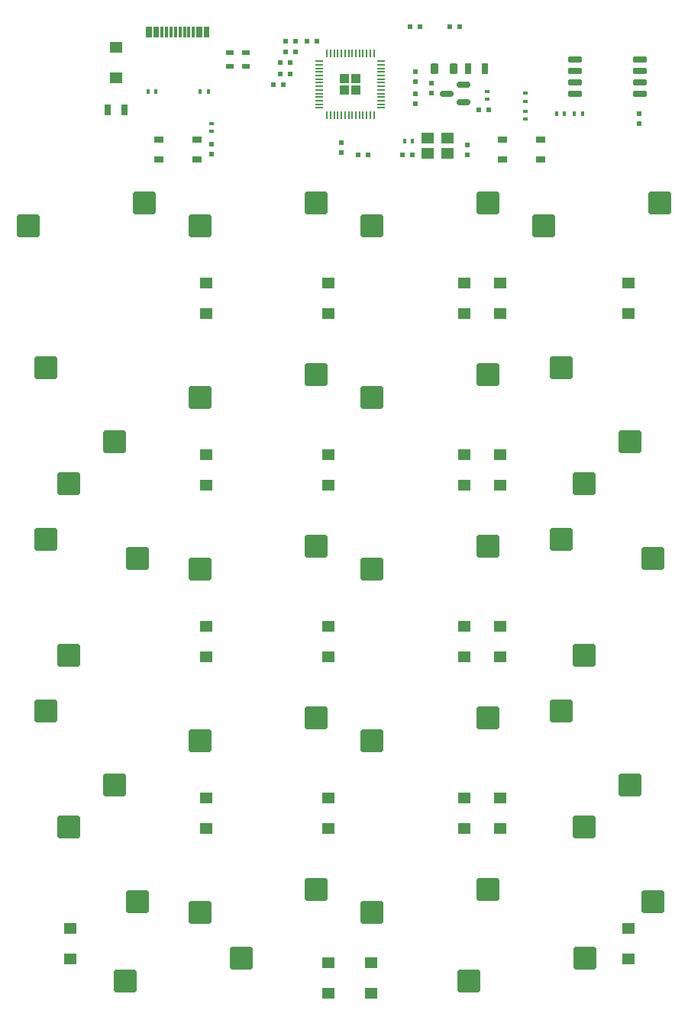
<source format=gbr>
G04 #@! TF.GenerationSoftware,KiCad,Pcbnew,(6.0.7)*
G04 #@! TF.CreationDate,2022-10-25T17:13:03-05:00*
G04 #@! TF.ProjectId,Container65,436f6e74-6169-46e6-9572-36352e6b6963,rev?*
G04 #@! TF.SameCoordinates,Original*
G04 #@! TF.FileFunction,Paste,Bot*
G04 #@! TF.FilePolarity,Positive*
%FSLAX46Y46*%
G04 Gerber Fmt 4.6, Leading zero omitted, Abs format (unit mm)*
G04 Created by KiCad (PCBNEW (6.0.7)) date 2022-10-25 17:13:03*
%MOMM*%
%LPD*%
G01*
G04 APERTURE LIST*
G04 Aperture macros list*
%AMRoundRect*
0 Rectangle with rounded corners*
0 $1 Rounding radius*
0 $2 $3 $4 $5 $6 $7 $8 $9 X,Y pos of 4 corners*
0 Add a 4 corners polygon primitive as box body*
4,1,4,$2,$3,$4,$5,$6,$7,$8,$9,$2,$3,0*
0 Add four circle primitives for the rounded corners*
1,1,$1+$1,$2,$3*
1,1,$1+$1,$4,$5*
1,1,$1+$1,$6,$7*
1,1,$1+$1,$8,$9*
0 Add four rect primitives between the rounded corners*
20,1,$1+$1,$2,$3,$4,$5,0*
20,1,$1+$1,$4,$5,$6,$7,0*
20,1,$1+$1,$6,$7,$8,$9,0*
20,1,$1+$1,$8,$9,$2,$3,0*%
G04 Aperture macros list end*
%ADD10RoundRect,0.250000X0.292217X0.292217X-0.292217X0.292217X-0.292217X-0.292217X0.292217X-0.292217X0*%
%ADD11RoundRect,0.050000X0.387500X0.050000X-0.387500X0.050000X-0.387500X-0.050000X0.387500X-0.050000X0*%
%ADD12RoundRect,0.050000X0.050000X0.387500X-0.050000X0.387500X-0.050000X-0.387500X0.050000X-0.387500X0*%
%ADD13RoundRect,0.250000X-1.000000X1.025000X-1.000000X-1.025000X1.000000X-1.025000X1.000000X1.025000X0*%
%ADD14RoundRect,0.250000X1.025000X1.000000X-1.025000X1.000000X-1.025000X-1.000000X1.025000X-1.000000X0*%
%ADD15RoundRect,0.250000X1.000000X-1.025000X1.000000X1.025000X-1.000000X1.025000X-1.000000X-1.025000X0*%
%ADD16RoundRect,0.250000X-1.025000X-1.000000X1.025000X-1.000000X1.025000X1.000000X-1.025000X1.000000X0*%
%ADD17RoundRect,0.218750X-0.218750X-0.381250X0.218750X-0.381250X0.218750X0.381250X-0.218750X0.381250X0*%
%ADD18R,1.400000X1.200000*%
%ADD19R,0.600000X0.500000*%
%ADD20R,0.700000X1.300000*%
%ADD21R,0.500000X0.600000*%
%ADD22R,0.400000X0.600000*%
%ADD23RoundRect,0.150000X0.587500X0.150000X-0.587500X0.150000X-0.587500X-0.150000X0.587500X-0.150000X0*%
%ADD24RoundRect,0.065000X-0.460000X-0.260000X0.460000X-0.260000X0.460000X0.260000X-0.460000X0.260000X0*%
%ADD25R,0.600000X0.400000*%
%ADD26R,0.900000X0.500000*%
%ADD27RoundRect,0.150000X-0.650000X-0.150000X0.650000X-0.150000X0.650000X0.150000X-0.650000X0.150000X0*%
%ADD28R,0.300000X1.300000*%
G04 APERTURE END LIST*
D10*
G04 #@! TO.C,U1*
X77250000Y-29587500D03*
X77250000Y-30862500D03*
X78525000Y-30862500D03*
X78525000Y-29587500D03*
D11*
X81325000Y-27625000D03*
X81325000Y-28025000D03*
X81325000Y-28425000D03*
X81325000Y-28825000D03*
X81325000Y-29225000D03*
X81325000Y-29625000D03*
X81325000Y-30025000D03*
X81325000Y-30425000D03*
X81325000Y-30825000D03*
X81325000Y-31225000D03*
X81325000Y-31625000D03*
X81325000Y-32025000D03*
X81325000Y-32425000D03*
X81325000Y-32825000D03*
D12*
X80487500Y-33662500D03*
X80087500Y-33662500D03*
X79687500Y-33662500D03*
X79287500Y-33662500D03*
X78887500Y-33662500D03*
X78487500Y-33662500D03*
X78087500Y-33662500D03*
X77687500Y-33662500D03*
X77287500Y-33662500D03*
X76887500Y-33662500D03*
X76487500Y-33662500D03*
X76087500Y-33662500D03*
X75687500Y-33662500D03*
X75287500Y-33662500D03*
D11*
X74450000Y-32825000D03*
X74450000Y-32425000D03*
X74450000Y-32025000D03*
X74450000Y-31625000D03*
X74450000Y-31225000D03*
X74450000Y-30825000D03*
X74450000Y-30425000D03*
X74450000Y-30025000D03*
X74450000Y-29625000D03*
X74450000Y-29225000D03*
X74450000Y-28825000D03*
X74450000Y-28425000D03*
X74450000Y-28025000D03*
X74450000Y-27625000D03*
D12*
X75287500Y-26787500D03*
X75687500Y-26787500D03*
X76087500Y-26787500D03*
X76487500Y-26787500D03*
X76887500Y-26787500D03*
X77287500Y-26787500D03*
X77687500Y-26787500D03*
X78087500Y-26787500D03*
X78487500Y-26787500D03*
X78887500Y-26787500D03*
X79287500Y-26787500D03*
X79687500Y-26787500D03*
X80087500Y-26787500D03*
X80487500Y-26787500D03*
G04 #@! TD*
D13*
G04 #@! TO.C,MX-E-3*
X54292500Y-120935750D03*
X51752500Y-108008750D03*
G04 #@! TD*
G04 #@! TO.C,MX20*
X111442500Y-120935750D03*
X108902500Y-108008750D03*
G04 #@! TD*
D14*
G04 #@! TO.C,MX17*
X52895500Y-129698750D03*
X65822500Y-127158750D03*
G04 #@! TD*
D13*
G04 #@! TO.C,MX-E-2*
X111442500Y-82835750D03*
X108902500Y-69908750D03*
G04 #@! TD*
D14*
G04 #@! TO.C,MX-E-4*
X90995500Y-129698750D03*
X103922500Y-127158750D03*
G04 #@! TD*
D13*
G04 #@! TO.C,MX-E-1*
X54292500Y-82835750D03*
X51752500Y-69908750D03*
G04 #@! TD*
D15*
G04 #@! TO.C,MX13*
X46672500Y-112653750D03*
X44132500Y-99726750D03*
G04 #@! TD*
D16*
G04 #@! TO.C,MX1*
X42127500Y-45878750D03*
X55054500Y-43338750D03*
G04 #@! TD*
G04 #@! TO.C,MX4*
X99277500Y-45878750D03*
X112204500Y-43338750D03*
G04 #@! TD*
G04 #@! TO.C,MX19*
X80227500Y-122078750D03*
X93154500Y-119538750D03*
G04 #@! TD*
G04 #@! TO.C,MX7*
X80227500Y-64928750D03*
X93154500Y-62388750D03*
G04 #@! TD*
D15*
G04 #@! TO.C,MX8*
X103822500Y-74553750D03*
X101282500Y-61626750D03*
G04 #@! TD*
D16*
G04 #@! TO.C,MX10*
X61177500Y-83978750D03*
X74104500Y-81438750D03*
G04 #@! TD*
G04 #@! TO.C,MX18*
X61177500Y-122078750D03*
X74104500Y-119538750D03*
G04 #@! TD*
D15*
G04 #@! TO.C,MX12*
X103822500Y-93603750D03*
X101282500Y-80676750D03*
G04 #@! TD*
G04 #@! TO.C,MX16*
X103822500Y-112653750D03*
X101282500Y-99726750D03*
G04 #@! TD*
D16*
G04 #@! TO.C,MX11*
X80227500Y-83978750D03*
X93154500Y-81438750D03*
G04 #@! TD*
G04 #@! TO.C,MX14*
X61177500Y-103028750D03*
X74104500Y-100488750D03*
G04 #@! TD*
G04 #@! TO.C,MX2*
X61177500Y-45878750D03*
X74104500Y-43338750D03*
G04 #@! TD*
G04 #@! TO.C,MX6*
X61177500Y-64928750D03*
X74104500Y-62388750D03*
G04 #@! TD*
G04 #@! TO.C,MX3*
X80227500Y-45878750D03*
X93154500Y-43338750D03*
G04 #@! TD*
D15*
G04 #@! TO.C,MX9*
X46672500Y-93603750D03*
X44132500Y-80676750D03*
G04 #@! TD*
D16*
G04 #@! TO.C,MX15*
X80227500Y-103028750D03*
X93154500Y-100488750D03*
G04 #@! TD*
D15*
G04 #@! TO.C,MX5*
X46672500Y-74553750D03*
X44132500Y-61626750D03*
G04 #@! TD*
D17*
G04 #@! TO.C,FB1*
X87225000Y-28425000D03*
X89350000Y-28425000D03*
G04 #@! TD*
D18*
G04 #@! TO.C,D14*
X75406250Y-112825000D03*
X75406250Y-109425000D03*
G04 #@! TD*
D19*
G04 #@! TO.C,C10*
X70437500Y-30225000D03*
X69337500Y-30225000D03*
G04 #@! TD*
D18*
G04 #@! TO.C,D4*
X108743750Y-55675000D03*
X108743750Y-52275000D03*
G04 #@! TD*
G04 #@! TO.C,D8*
X94456250Y-74725000D03*
X94456250Y-71325000D03*
G04 #@! TD*
D20*
G04 #@! TO.C,D22*
X90937500Y-28425000D03*
X92837500Y-28425000D03*
G04 #@! TD*
D19*
G04 #@! TO.C,C15*
X71237500Y-29025000D03*
X70137500Y-29025000D03*
G04 #@! TD*
D21*
G04 #@! TO.C,C4*
X86887500Y-31175000D03*
X86887500Y-30075000D03*
G04 #@! TD*
D18*
G04 #@! TO.C,D23*
X94456250Y-55675000D03*
X94456250Y-52275000D03*
G04 #@! TD*
D21*
G04 #@! TO.C,C17*
X76887500Y-36675000D03*
X76887500Y-37775000D03*
G04 #@! TD*
D18*
G04 #@! TO.C,D10*
X75406250Y-93775000D03*
X75406250Y-90375000D03*
G04 #@! TD*
G04 #@! TO.C,D15*
X90487500Y-112825000D03*
X90487500Y-109425000D03*
G04 #@! TD*
G04 #@! TO.C,D12*
X94456250Y-93775000D03*
X94456250Y-90375000D03*
G04 #@! TD*
G04 #@! TO.C,D1*
X61912500Y-55675000D03*
X61912500Y-52275000D03*
G04 #@! TD*
G04 #@! TO.C,D3*
X90487500Y-55675000D03*
X90487500Y-52275000D03*
G04 #@! TD*
D22*
G04 #@! TO.C,R4*
X103637500Y-33475000D03*
X102737500Y-33475000D03*
G04 #@! TD*
D23*
G04 #@! TO.C,U3*
X90425000Y-30275000D03*
X90425000Y-32175000D03*
X88550000Y-31225000D03*
G04 #@! TD*
D24*
G04 #@! TO.C,U5*
X94754776Y-38499871D03*
X98954776Y-38499871D03*
X94754776Y-36349871D03*
X98954776Y-36349871D03*
G04 #@! TD*
D25*
G04 #@! TO.C,R9*
X93087500Y-31875000D03*
X93087500Y-30975000D03*
G04 #@! TD*
G04 #@! TO.C,R11*
X97287500Y-33175000D03*
X97287500Y-34075000D03*
G04 #@! TD*
D22*
G04 #@! TO.C,R7*
X56337500Y-31025000D03*
X55437500Y-31025000D03*
G04 #@! TD*
D18*
G04 #@! TO.C,D21*
X51887500Y-29500000D03*
X51887500Y-26100000D03*
G04 #@! TD*
G04 #@! TO.C,D17*
X46831250Y-127300000D03*
X46831250Y-123900000D03*
G04 #@! TD*
G04 #@! TO.C,D18*
X75406250Y-131081250D03*
X75406250Y-127681250D03*
G04 #@! TD*
G04 #@! TO.C,D9*
X61912500Y-93775000D03*
X61912500Y-90375000D03*
G04 #@! TD*
G04 #@! TO.C,D20*
X108743750Y-127300000D03*
X108743750Y-123900000D03*
G04 #@! TD*
D21*
G04 #@! TO.C,C13*
X85087500Y-29918750D03*
X85087500Y-28818750D03*
G04 #@! TD*
D18*
G04 #@! TO.C,D5*
X61912500Y-74725000D03*
X61912500Y-71325000D03*
G04 #@! TD*
D19*
G04 #@! TO.C,C8*
X71837500Y-25425000D03*
X70737500Y-25425000D03*
G04 #@! TD*
G04 #@! TO.C,C2*
X74137500Y-25425000D03*
X73037500Y-25425000D03*
G04 #@! TD*
D20*
G04 #@! TO.C,F1*
X50937500Y-33025000D03*
X52837500Y-33025000D03*
G04 #@! TD*
D22*
G04 #@! TO.C,R3*
X84787500Y-36500000D03*
X83887500Y-36500000D03*
G04 #@! TD*
G04 #@! TO.C,R5*
X101637500Y-33475000D03*
X100737500Y-33475000D03*
G04 #@! TD*
D19*
G04 #@! TO.C,C7*
X83687500Y-38000000D03*
X84787500Y-38000000D03*
G04 #@! TD*
D26*
G04 #@! TO.C,R1*
X64487500Y-26675000D03*
X64487500Y-28175000D03*
G04 #@! TD*
D25*
G04 #@! TO.C,R10*
X97287500Y-32075000D03*
X97287500Y-31175000D03*
G04 #@! TD*
D19*
G04 #@! TO.C,C16*
X84537500Y-23825000D03*
X85637500Y-23825000D03*
G04 #@! TD*
D18*
G04 #@! TO.C,D6*
X75406250Y-74725000D03*
X75406250Y-71325000D03*
G04 #@! TD*
D25*
G04 #@! TO.C,R8*
X62487500Y-35450000D03*
X62487500Y-34550000D03*
G04 #@! TD*
D18*
G04 #@! TO.C,D11*
X90487500Y-93775000D03*
X90487500Y-90375000D03*
G04 #@! TD*
G04 #@! TO.C,D13*
X61912500Y-112825000D03*
X61912500Y-109425000D03*
G04 #@! TD*
D21*
G04 #@! TO.C,C6*
X90837500Y-38050000D03*
X90837500Y-36950000D03*
G04 #@! TD*
D18*
G04 #@! TO.C,D19*
X80168750Y-131081250D03*
X80168750Y-127681250D03*
G04 #@! TD*
D21*
G04 #@! TO.C,C12*
X85087500Y-32375000D03*
X85087500Y-31275000D03*
G04 #@! TD*
D19*
G04 #@! TO.C,C5*
X93237500Y-33025000D03*
X92137500Y-33025000D03*
G04 #@! TD*
D18*
G04 #@! TO.C,Y1*
X88637500Y-37850000D03*
X86437500Y-37850000D03*
X86437500Y-36150000D03*
X88637500Y-36150000D03*
G04 #@! TD*
G04 #@! TO.C,D2*
X75406250Y-55675000D03*
X75406250Y-52275000D03*
G04 #@! TD*
D24*
G04 #@! TO.C,U6*
X56654776Y-38499871D03*
X60854776Y-38499871D03*
X56654776Y-36349871D03*
X60854776Y-36349871D03*
G04 #@! TD*
D26*
G04 #@! TO.C,R2*
X66287500Y-26675000D03*
X66287500Y-28175000D03*
G04 #@! TD*
D18*
G04 #@! TO.C,D16*
X94456250Y-112825000D03*
X94456250Y-109425000D03*
G04 #@! TD*
D19*
G04 #@! TO.C,C11*
X78737500Y-38000000D03*
X79837500Y-38000000D03*
G04 #@! TD*
D21*
G04 #@! TO.C,C18*
X62487500Y-36850000D03*
X62487500Y-37950000D03*
G04 #@! TD*
D18*
G04 #@! TO.C,D7*
X90487500Y-74725000D03*
X90487500Y-71325000D03*
G04 #@! TD*
D19*
G04 #@! TO.C,C14*
X90037500Y-23825000D03*
X88937500Y-23825000D03*
G04 #@! TD*
G04 #@! TO.C,C9*
X71237500Y-27825000D03*
X70137500Y-27825000D03*
G04 #@! TD*
D22*
G04 #@! TO.C,R6*
X61237500Y-31025000D03*
X62137500Y-31025000D03*
G04 #@! TD*
D27*
G04 #@! TO.C,U4*
X102762500Y-31273750D03*
X102762500Y-30003750D03*
X102762500Y-28733750D03*
X102762500Y-27463750D03*
X109962500Y-27463750D03*
X109962500Y-28733750D03*
X109962500Y-30003750D03*
X109962500Y-31273750D03*
G04 #@! TD*
D19*
G04 #@! TO.C,C1*
X71837500Y-26625000D03*
X70737500Y-26625000D03*
G04 #@! TD*
D28*
G04 #@! TO.C,U2*
X55386471Y-24421587D03*
X56186573Y-24421587D03*
X57486547Y-24421587D03*
X58486547Y-24421587D03*
X58986420Y-24421587D03*
X59986166Y-24421587D03*
X61286649Y-24421587D03*
X62086497Y-24421587D03*
X61786522Y-24421587D03*
X60986420Y-24421587D03*
X60486547Y-24421587D03*
X59486547Y-24421587D03*
X57986420Y-24421587D03*
X56986420Y-24421587D03*
X56486547Y-24421587D03*
X55686446Y-24421587D03*
G04 #@! TD*
D21*
G04 #@! TO.C,C3*
X109887500Y-33475000D03*
X109887500Y-34575000D03*
G04 #@! TD*
M02*

</source>
